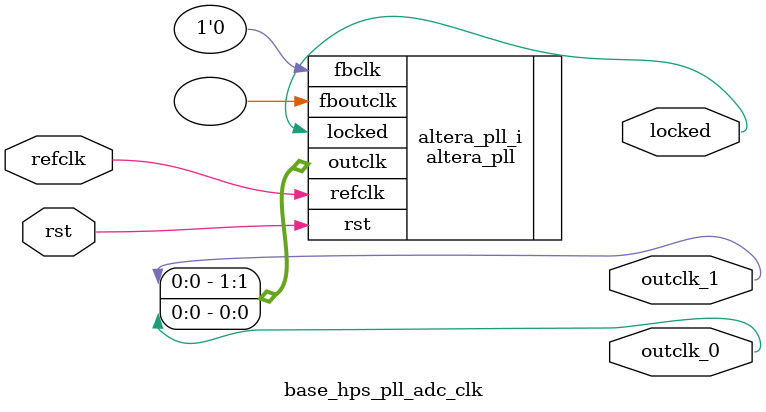
<source format=v>
`timescale 1ns/10ps
module  base_hps_pll_adc_clk(

	// interface 'refclk'
	input wire refclk,

	// interface 'reset'
	input wire rst,

	// interface 'outclk0'
	output wire outclk_0,

	// interface 'outclk1'
	output wire outclk_1,

	// interface 'locked'
	output wire locked
);

	altera_pll #(
		.fractional_vco_multiplier("false"),
		.reference_clock_frequency("50.0 MHz"),
		.operation_mode("normal"),
		.number_of_clocks(2),
		.output_clock_frequency0("40.000000 MHz"),
		.phase_shift0("0 ps"),
		.duty_cycle0(50),
		.output_clock_frequency1("200.000000 MHz"),
		.phase_shift1("0 ps"),
		.duty_cycle1(50),
		.output_clock_frequency2("0 MHz"),
		.phase_shift2("0 ps"),
		.duty_cycle2(50),
		.output_clock_frequency3("0 MHz"),
		.phase_shift3("0 ps"),
		.duty_cycle3(50),
		.output_clock_frequency4("0 MHz"),
		.phase_shift4("0 ps"),
		.duty_cycle4(50),
		.output_clock_frequency5("0 MHz"),
		.phase_shift5("0 ps"),
		.duty_cycle5(50),
		.output_clock_frequency6("0 MHz"),
		.phase_shift6("0 ps"),
		.duty_cycle6(50),
		.output_clock_frequency7("0 MHz"),
		.phase_shift7("0 ps"),
		.duty_cycle7(50),
		.output_clock_frequency8("0 MHz"),
		.phase_shift8("0 ps"),
		.duty_cycle8(50),
		.output_clock_frequency9("0 MHz"),
		.phase_shift9("0 ps"),
		.duty_cycle9(50),
		.output_clock_frequency10("0 MHz"),
		.phase_shift10("0 ps"),
		.duty_cycle10(50),
		.output_clock_frequency11("0 MHz"),
		.phase_shift11("0 ps"),
		.duty_cycle11(50),
		.output_clock_frequency12("0 MHz"),
		.phase_shift12("0 ps"),
		.duty_cycle12(50),
		.output_clock_frequency13("0 MHz"),
		.phase_shift13("0 ps"),
		.duty_cycle13(50),
		.output_clock_frequency14("0 MHz"),
		.phase_shift14("0 ps"),
		.duty_cycle14(50),
		.output_clock_frequency15("0 MHz"),
		.phase_shift15("0 ps"),
		.duty_cycle15(50),
		.output_clock_frequency16("0 MHz"),
		.phase_shift16("0 ps"),
		.duty_cycle16(50),
		.output_clock_frequency17("0 MHz"),
		.phase_shift17("0 ps"),
		.duty_cycle17(50),
		.pll_type("General"),
		.pll_subtype("General")
	) altera_pll_i (
		.rst	(rst),
		.outclk	({outclk_1, outclk_0}),
		.locked	(locked),
		.fboutclk	( ),
		.fbclk	(1'b0),
		.refclk	(refclk)
	);
endmodule


</source>
